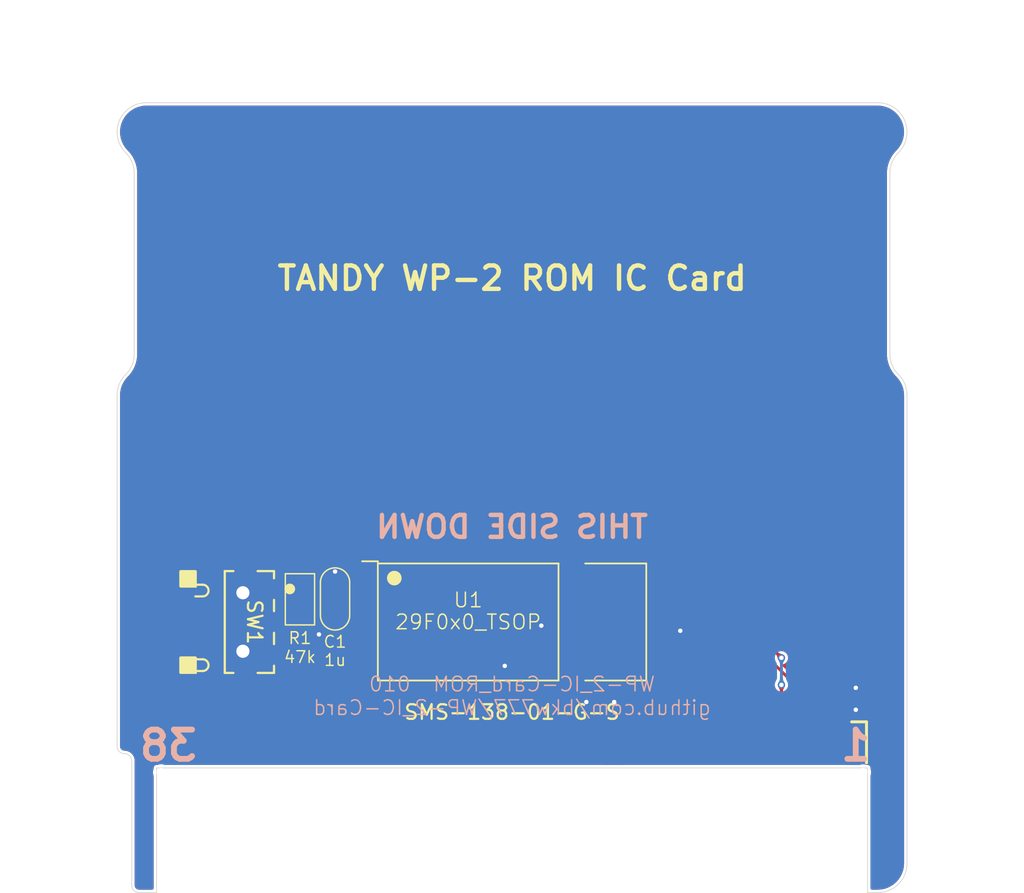
<source format=kicad_pcb>
(kicad_pcb (version 20240108) (generator "pcbnew") (generator_version "8.0")
  (title_block (title "WP-2_IC-Card_ROM") (date "2025-04-15") (rev "010") (company "Brian K. White - b.kenyon.w@gmail.com") (comment 1 "CC-BY-SA") (comment 2 "github.com/bkw777/WP-2_IC-Card"))
  (layers (0 "F.Cu" signal) (31 "B.Cu" signal) (35 "F.Paste" user) (36 "B.SilkS" user "B.Silkscreen") (37 "F.SilkS" user "F.Silkscreen") (38 "B.Mask" user) (39 "F.Mask" user) (44 "Edge.Cuts" user))
  (net 0 "")
  (net 1 "GND")
  (net 2 "/~{OE}")
  (net 3 "/D0")
  (net 4 "/D1")
  (net 5 "/D2")
  (net 6 "/D3")
  (net 7 "/D4")
  (net 8 "/D5")
  (net 9 "/D6")
  (net 10 "/D7")
  (net 11 "/A16")
  (net 12 "/A15")
  (net 13 "/A14")
  (net 14 "/A13")
  (net 15 "/A12")
  (net 16 "/A11")
  (net 17 "/A10")
  (net 18 "/A9")
  (net 19 "/A8")
  (net 20 "/A7")
  (net 21 "/A6")
  (net 22 "/A5")
  (net 23 "/A4")
  (net 24 "/A3")
  (net 25 "/A2")
  (net 26 "/A1")
  (net 27 "/A0")
  (net 28 "/A17")
  (net 29 "/~{WE}")
  (net 30 "/R~{W}")
  (net 37 "/~{CE}")
  (net 39 "VCC")
  (footprint "000_LOCAL:R_0805" (layer "F.Cu") (at 121.39 106.645 90)
    (property "Reference" "R1" (at -2.65 0 0) (layer "F.SilkS") (effects (font (size 0.8 0.8) (thickness 0.1))))
    (property "Value" "47k" (at -3.95 0 0) (layer "F.SilkS") (effects (font (size 0.8 0.8) (thickness 0.1))))
    (fp_poly (pts (xy -1.75 -1) (xy -1.75 1) (xy 1.75 1) (xy 1.75 -1)) (stroke (width 0.1)) (fill none) (layer "F.SilkS"))
    (pad "1" smd roundrect (at -0.9125 0 90) (size 1.025 1.4) (layers "F.Cu" "F.Paste" "F.Mask") (roundrect_rratio 0.243902) (net 39 "VCC"))
    (pad "2" smd roundrect (at 0.9125 0 90) (size 1.025 1.4) (layers "F.Cu" "F.Paste" "F.Mask") (roundrect_rratio 0.243902) (net 29 "/~{WE}"))
  )
  (footprint "000_LOCAL:TSOP32-dual" (layer "F.Cu") (at 135.89 108.195)
    (property "Reference" "U1" (at -3 -1.5 0) (layer "F.SilkS") (effects (font (thickness 0.1))))
    (property "Value" "29F0x0_TSOP" (at -3 0 0) (layer "F.SilkS") (effects (font (thickness 0.1))))
    (fp_line (start -10.25 -4.15) (end -9.175 -4.15) (stroke (width 0.12)) (layer "F.SilkS"))
    (fp_line (start -9.175 -4.15) (end -9.175 4) (stroke (width 0.12)) (layer "F.SilkS"))
    (fp_line (start 3.175 -4) (end -9.175 -4) (stroke (width 0.12)) (layer "F.SilkS"))
    (fp_line (start 3.175 4) (end -9.175 4) (stroke (width 0.12)) (layer "F.SilkS"))
    (fp_line (start 3.175 4) (end 3.175 -4) (stroke (width 0.12)) (layer "F.SilkS"))
    (fp_line (start 9.175 -4) (end 5 -4) (stroke (width 0.12)) (layer "F.SilkS"))
    (fp_line (start 9.175 4) (end 5 4) (stroke (width 0.12)) (layer "F.SilkS"))
    (fp_line (start 9.175 4) (end 9.175 -4) (stroke (width 0.12)) (layer "F.SilkS"))
    (fp_circle (center -8.05 -3) (end -8.05 -2.75) (stroke (width 0.5)) (fill none) (layer "F.SilkS"))
    (pad "1" smd roundrect (at -9.85 -3.75 270) (size 0.3 0.9) (layers "F.Cu" "F.Paste" "F.Mask") (net 15 "/A12"))
    (pad "2" smd roundrect (at -9.85 -3.25 270) (size 0.3 0.9) (layers "F.Cu" "F.Paste" "F.Mask") (net 16 "/A11"))
    (pad "3" smd roundrect (at -9.85 -2.75 270) (size 0.3 0.9) (layers "F.Cu" "F.Paste" "F.Mask") (net 17 "/A10"))
    (pad "4" smd roundrect (at -9.85 -2.25 270) (size 0.3 0.9) (layers "F.Cu" "F.Paste" "F.Mask") (net 18 "/A9"))
    (pad "5" smd roundrect (at -9.85 -1.75 270) (size 0.3 0.9) (layers "F.Cu" "F.Paste" "F.Mask") (net 19 "/A8"))
    (pad "6" smd roundrect (at -9.85 -1.25 270) (size 0.3 0.9) (layers "F.Cu" "F.Paste" "F.Mask") (net 20 "/A7"))
    (pad "7" smd roundrect (at -9.85 -0.75 270) (size 0.3 0.9) (layers "F.Cu" "F.Paste" "F.Mask") (net 29 "/~{WE}"))
    (pad "8" smd roundrect (at -9.85 -0.25 270) (size 0.3 0.9) (layers "F.Cu" "F.Paste" "F.Mask") (net 39 "VCC"))
    (pad "9" smd roundrect (at -9.85 0.25 270) (size 0.3 0.9) (layers "F.Cu" "F.Paste" "F.Mask") (net 1 "GND"))
    (pad "10" smd roundrect (at -9.85 0.75 270) (size 0.3 0.9) (layers "F.Cu" "F.Paste" "F.Mask") (net 27 "/A0"))
    (pad "11" smd roundrect (at -9.85 1.25 270) (size 0.3 0.9) (layers "F.Cu" "F.Paste" "F.Mask") (net 26 "/A1"))
    (pad "12" smd roundrect (at -9.85 1.75 270) (size 0.3 0.9) (layers "F.Cu" "F.Paste" "F.Mask") (net 25 "/A2"))
    (pad "13" smd roundrect (at -9.85 2.25 270) (size 0.3 0.9) (layers "F.Cu" "F.Paste" "F.Mask") (net 24 "/A3"))
    (pad "14" smd roundrect (at -9.85 2.75 270) (size 0.3 0.9) (layers "F.Cu" "F.Paste" "F.Mask") (net 23 "/A4"))
    (pad "15" smd roundrect (at -9.85 3.25 270) (size 0.3 0.9) (layers "F.Cu" "F.Paste" "F.Mask") (net 22 "/A5"))
    (pad "16" smd roundrect (at -9.85 3.75 270) (size 0.3 0.9) (layers "F.Cu" "F.Paste" "F.Mask") (net 21 "/A6"))
    (pad "17" smd roundrect (at 3.85 3.75 270) (size 0.3 0.9) (layers "F.Cu" "F.Paste" "F.Mask") (net 28 "/A17"))
    (pad "17" smd roundrect (at 9.85 3.75 270) (size 0.3 0.9) (layers "F.Cu" "F.Paste" "F.Mask") (net 28 "/A17"))
    (pad "18" smd roundrect (at 3.85 3.25 270) (size 0.3 0.9) (layers "F.Cu" "F.Paste" "F.Mask") (net 11 "/A16"))
    (pad "18" smd roundrect (at 9.85 3.25 270) (size 0.3 0.9) (layers "F.Cu" "F.Paste" "F.Mask") (net 11 "/A16"))
    (pad "19" smd roundrect (at 3.85 2.75 270) (size 0.3 0.9) (layers "F.Cu" "F.Paste" "F.Mask") (net 12 "/A15"))
    (pad "19" smd roundrect (at 9.85 2.75 270) (size 0.3 0.9) (layers "F.Cu" "F.Paste" "F.Mask") (net 12 "/A15"))
    (pad "20" smd roundrect (at 3.85 2.25 270) (size 0.3 0.9) (layers "F.Cu" "F.Paste" "F.Mask") (net 13 "/A14"))
    (pad "20" smd roundrect (at 9.85 2.25 270) (size 0.3 0.9) (layers "F.Cu" "F.Paste" "F.Mask") (net 13 "/A14"))
    (pad "21" smd roundrect (at 3.85 1.75 270) (size 0.3 0.9) (layers "F.Cu" "F.Paste" "F.Mask") (net 10 "/D7"))
    (pad "21" smd roundrect (at 9.85 1.75 270) (size 0.3 0.9) (layers "F.Cu" "F.Paste" "F.Mask") (net 10 "/D7"))
    (pad "22" smd roundrect (at 3.85 1.25 270) (size 0.3 0.9) (layers "F.Cu" "F.Paste" "F.Mask") (net 9 "/D6"))
    (pad "22" smd roundrect (at 9.85 1.25 270) (size 0.3 0.9) (layers "F.Cu" "F.Paste" "F.Mask") (net 9 "/D6"))
    (pad "23" smd roundrect (at 3.85 0.75 270) (size 0.3 0.9) (layers "F.Cu" "F.Paste" "F.Mask") (net 8 "/D5"))
    (pad "23" smd roundrect (at 9.85 0.75 270) (size 0.3 0.9) (layers "F.Cu" "F.Paste" "F.Mask") (net 8 "/D5"))
    (pad "24" smd roundrect (at 3.85 0.25 270) (size 0.3 0.9) (layers "F.Cu" "F.Paste" "F.Mask") (net 1 "GND"))
    (pad "24" smd roundrect (at 9.85 0.25 270) (size 0.3 0.9) (layers "F.Cu" "F.Paste" "F.Mask") (net 1 "GND"))
    (pad "25" smd roundrect (at 3.85 -0.25 270) (size 0.3 0.9) (layers "F.Cu" "F.Paste" "F.Mask") (net 7 "/D4"))
    (pad "25" smd roundrect (at 9.85 -0.25 270) (size 0.3 0.9) (layers "F.Cu" "F.Paste" "F.Mask") (net 7 "/D4"))
    (pad "26" smd roundrect (at 3.85 -0.75 270) (size 0.3 0.9) (layers "F.Cu" "F.Paste" "F.Mask") (net 6 "/D3"))
    (pad "26" smd roundrect (at 9.85 -0.75 270) (size 0.3 0.9) (layers "F.Cu" "F.Paste" "F.Mask") (net 6 "/D3"))
    (pad "27" smd roundrect (at 3.85 -1.25 270) (size 0.3 0.9) (layers "F.Cu" "F.Paste" "F.Mask") (net 5 "/D2"))
    (pad "27" smd roundrect (at 9.85 -1.25 270) (size 0.3 0.9) (layers "F.Cu" "F.Paste" "F.Mask") (net 5 "/D2"))
    (pad "28" smd roundrect (at 3.85 -1.75 270) (size 0.3 0.9) (layers "F.Cu" "F.Paste" "F.Mask") (net 4 "/D1"))
    (pad "28" smd roundrect (at 9.85 -1.75 270) (size 0.3 0.9) (layers "F.Cu" "F.Paste" "F.Mask") (net 4 "/D1"))
    (pad "29" smd roundrect (at 3.85 -2.25 270) (size 0.3 0.9) (layers "F.Cu" "F.Paste" "F.Mask") (net 3 "/D0"))
    (pad "29" smd roundrect (at 9.85 -2.25 270) (size 0.3 0.9) (layers "F.Cu" "F.Paste" "F.Mask") (net 3 "/D0"))
    (pad "30" smd roundrect (at 3.85 -2.75 270) (size 0.3 0.9) (layers "F.Cu" "F.Paste" "F.Mask") (net 37 "/~{CE}"))
    (pad "30" smd roundrect (at 9.85 -2.75 270) (size 0.3 0.9) (layers "F.Cu" "F.Paste" "F.Mask") (net 37 "/~{CE}"))
    (pad "31" smd roundrect (at 3.85 -3.25 270) (size 0.3 0.9) (layers "F.Cu" "F.Paste" "F.Mask") (net 14 "/A13"))
    (pad "31" smd roundrect (at 9.85 -3.25 270) (size 0.3 0.9) (layers "F.Cu" "F.Paste" "F.Mask") (net 14 "/A13"))
    (pad "32" smd roundrect (at 3.85 -3.75 270) (size 0.3 0.9) (layers "F.Cu" "F.Paste" "F.Mask") (net 2 "/~{OE}"))
    (pad "32" smd roundrect (at 9.85 -3.75 270) (size 0.3 0.9) (layers "F.Cu" "F.Paste" "F.Mask") (net 2 "/~{OE}"))
  )
  (footprint "000_LOCAL:SW3_JS102000SAQN_CNK" (layer "F.Cu") (at 117.14 108.195 -90)
    (property "Reference" "SW1" (at 0 -1.15 270) (layer "F.SilkS"))
    (property "Value" "Write-Enable")
    (fp_line (start -3.4798 0.889) (end 3.4798 0.889) (stroke (width 0.1524)) (layer "F.SilkS"))
    (fp_line (start 3.4798 0.889) (end 3.4798 0.298529) (stroke (width 0.1524)) (layer "F.SilkS"))
    (fp_line (start -3.4798 0.298529) (end -3.4798 0.889) (stroke (width 0.1524)) (layer "F.SilkS"))
    (fp_line (start 3.4798 -1.357551) (end 3.4798 -2.4765) (stroke (width 0.1524)) (layer "F.SilkS"))
    (fp_line (start -3.4798 -2.4765) (end -3.4798 -1.357551) (stroke (width 0.1524)) (layer "F.SilkS"))
    (fp_line (start -2.989141 -2.4765) (end -3.4798 -2.4765) (stroke (width 0.1524)) (layer "F.SilkS"))
    (fp_line (start -0.73914 -2.4765) (end -1.510861 -2.4765) (stroke (width 0.1524)) (layer "F.SilkS"))
    (fp_line (start 1.510861 -2.4765) (end 0.73914 -2.4765) (stroke (width 0.1524)) (layer "F.SilkS"))
    (fp_line (start 3.4798 -2.4765) (end 2.989141 -2.4765) (stroke (width 0.1524)) (layer "F.SilkS"))
    (fp_circle (center -2.2606 -3.556) (end -1.9558 -3.556) (stroke (width 0.12)) (fill solid) (layer "F.SilkS"))
    (pad "1" smd roundrect (at -2.250001 -2.42951 270) (size 0.8128 0.8128) (layers "F.Cu" "F.Paste" "F.Mask") (net 29 "/~{WE}"))
    (pad "2" smd roundrect (at 0 -2.42951 270) (size 0.8128 0.8128) (layers "F.Cu" "F.Paste" "F.Mask") (net 30 "/R~{W}"))
    (pad "3" smd roundrect (at 2.250001 -2.42951 270) (size 0.8128 0.8128) (layers "F.Cu" "F.Paste" "F.Mask"))
    (pad "S" smd roundrect (at -3.75 -0.529511) (size 0.9906 0.9906) (layers "F.Cu" "F.Paste" "F.Mask") (net 1 "GND"))
    (pad "S" thru_hole circle (at -2.000001 -0.349509) (size 1 1) (drill 0.9) (layers "*.Cu" "*.Mask") (net 1 "GND"))
    (pad "S" thru_hole circle (at 2.000001 -0.349509) (size 1 1) (drill 0.9) (layers "*.Cu" "*.Mask") (net 1 "GND"))
    (pad "S" smd roundrect (at 3.75 -0.529511) (size 0.9906 0.9906) (layers "F.Cu" "F.Paste" "F.Mask") (net 1 "GND"))
  )
  (footprint "000_LOCAL:SMS-138-01-x-x_pcb_edge" (layer "F.Cu") (at 135.89 118.17 -90)
    (property "Reference" "J1" (hide yes))
    (property "Value" "SMS-138-01-G-S" (at -3.81 0 0) (layer "F.SilkS"))
    (fp_line (start -3.1496 -23.2156) (end -3.1496 -24.2316) (stroke (width 0.2)) (layer "F.SilkS"))
    (fp_line (start -0.35 -24.2316) (end -3.1496 -24.2316) (stroke (width 0.2)) (layer "F.SilkS"))
    (pad "1" smd roundrect (at -1.524 -23.495 270) (size 2.54 0.762) (layers "F.Cu" "F.Paste" "F.Mask") (net 1 "GND"))
    (pad "2" smd oval (at -1.524 -22.225 270) (size 2.54 0.762) (layers "F.Cu" "F.Paste" "F.Mask"))
    (pad "3" smd oval (at -1.524 -20.955 270) (size 2.54 0.762) (layers "F.Cu" "F.Paste" "F.Mask"))
    (pad "4" smd oval (at -1.524 -19.685 270) (size 2.54 0.762) (layers "F.Cu" "F.Paste" "F.Mask") (net 37 "/~{CE}"))
    (pad "5" smd oval (at -1.524 -18.415 270) (size 2.54 0.762) (layers "F.Cu" "F.Paste" "F.Mask") (net 2 "/~{OE}"))
    (pad "6" smd oval (at -1.524 -17.145 270) (size 2.54 0.762) (layers "F.Cu" "F.Paste" "F.Mask") (net 3 "/D0"))
    (pad "7" smd oval (at -1.524 -15.875 270) (size 2.54 0.762) (layers "F.Cu" "F.Paste" "F.Mask") (net 4 "/D1"))
    (pad "8" smd oval (at -1.524 -14.605 270) (size 2.54 0.762) (layers "F.Cu" "F.Paste" "F.Mask") (net 5 "/D2"))
    (pad "9" smd oval (at -1.524 -13.335 270) (size 2.54 0.762) (layers "F.Cu" "F.Paste" "F.Mask") (net 6 "/D3"))
    (pad "10" smd oval (at -1.524 -12.065 270) (size 2.54 0.762) (layers "F.Cu" "F.Paste" "F.Mask") (net 7 "/D4"))
    (pad "11" smd oval (at -1.524 -10.795 270) (size 2.54 0.762) (layers "F.Cu" "F.Paste" "F.Mask") (net 8 "/D5"))
    (pad "12" smd oval (at -1.524 -9.525 270) (size 2.54 0.762) (layers "F.Cu" "F.Paste" "F.Mask") (net 9 "/D6"))
    (pad "13" smd oval (at -1.524 -8.255 270) (size 2.54 0.762) (layers "F.Cu" "F.Paste" "F.Mask") (net 10 "/D7"))
    (pad "14" smd oval (at -1.524 -6.985 270) (size 2.54 0.762) (layers "F.Cu" "F.Paste" "F.Mask") (net 1 "GND"))
    (pad "15" smd oval (at -1.524 -5.715 270) (size 2.54 0.762) (layers "F.Cu" "F.Paste" "F.Mask"))
    (pad "16" smd oval (at -1.524 -4.445 270) (size 2.54 0.762) (layers "F.Cu" "F.Paste" "F.Mask"))
    (pad "17" smd oval (at -1.524 -3.175 270) (size 2.54 0.762) (layers "F.Cu" "F.Paste" "F.Mask") (net 28 "/A17"))
    (pad "18" smd oval (at -1.524 -1.905 270) (size 2.54 0.762) (layers "F.Cu" "F.Paste" "F.Mask") (net 11 "/A16"))
    (pad "19" smd oval (at -1.524 -0.635 270) (size 2.54 0.762) (layers "F.Cu" "F.Paste" "F.Mask") (net 12 "/A15"))
    (pad "20" smd oval (at -1.524 0.635 270) (size 2.54 0.762) (layers "F.Cu" "F.Paste" "F.Mask") (net 13 "/A14"))
    (pad "21" smd oval (at -1.524 1.905 270) (size 2.54 0.762) (layers "F.Cu" "F.Paste" "F.Mask") (net 14 "/A13"))
    (pad "22" smd oval (at -1.524 3.175 270) (size 2.54 0.762) (layers "F.Cu" "F.Paste" "F.Mask") (net 15 "/A12"))
    (pad "23" smd oval (at -1.524 4.445 270) (size 2.54 0.762) (layers "F.Cu" "F.Paste" "F.Mask") (net 16 "/A11"))
    (pad "24" smd oval (at -1.524 5.715 270) (size 2.54 0.762) (layers "F.Cu" "F.Paste" "F.Mask") (net 17 "/A10"))
    (pad "25" smd oval (at -1.524 6.985 270) (size 2.54 0.762) (layers "F.Cu" "F.Paste" "F.Mask") (net 18 "/A9"))
    (pad "26" smd oval (at -1.524 8.255 270) (size 2.54 0.762) (layers "F.Cu" "F.Paste" "F.Mask") (net 19 "/A8"))
    (pad "27" smd oval (at -1.524 9.525 270) (size 2.54 0.762) (layers "F.Cu" "F.Paste" "F.Mask") (net 20 "/A7"))
    (pad "28" smd oval (at -1.524 10.795 270) (size 2.54 0.762) (layers "F.Cu" "F.Paste" "F.Mask") (net 21 "/A6"))
    (pad "29" smd oval (at -1.524 12.065 270) (size 2.54 0.762) (layers "F.Cu" "F.Paste" "F.Mask") (net 22 "/A5"))
    (pad "30" smd oval (at -1.524 13.335 270) (size 2.54 0.762) (layers "F.Cu" "F.Paste" "F.Mask") (net 23 "/A4"))
    (pad "31" smd oval (at -1.524 14.605 270) (size 2.54 0.762) (layers "F.Cu" "F.Paste" "F.Mask") (net 24 "/A3"))
    (pad "32" smd oval (at -1.524 15.875 270) (size 2.54 0.762) (layers "F.Cu" "F.Paste" "F.Mask") (net 25 "/A2"))
    (pad "33" smd oval (at -1.524 17.145 270) (size 2.54 0.762) (layers "F.Cu" "F.Paste" "F.Mask") (net 26 "/A1"))
    (pad "34" smd oval (at -1.524 18.415 270) (size 2.54 0.762) (layers "F.Cu" "F.Paste" "F.Mask") (net 27 "/A0"))
    (pad "35" smd oval (at -1.524 19.685 270) (size 2.54 0.762) (layers "F.Cu" "F.Paste" "F.Mask") (net 30 "/R~{W}"))
    (pad "36" smd oval (at -1.524 20.955 270) (size 2.54 0.762) (layers "F.Cu" "F.Paste" "F.Mask"))
    (pad "37" smd oval (at -1.524 22.225 270) (size 2.54 0.762) (layers "F.Cu" "F.Paste" "F.Mask"))
    (pad "38" smd oval (at -1.524 23.495 270) (size 2.54 0.762) (layers "F.Cu" "F.Paste" "F.Mask") (net 39 "VCC"))
  )
  (footprint "000_LOCAL:Fiducial_1.5" (layer "F.Cu") (at 110.89 99.695)
    (property "Reference" "REF**" (hide yes))
    (property "Value" "Fiducial_1.5" (hide yes))
    (pad "" smd circle (at 0 0) (size 0.75 0.75) (layers "F.Cu" "F.Mask") (clearance 0.375))
  )
  (footprint "000_LOCAL:Fiducial_1.5" (layer "F.Cu") (at 110.89 114.695)
    (property "Reference" "REF**" (hide yes))
    (property "Value" "Fiducial_1.5" (hide yes))
    (pad "" smd circle (at 0 0) (size 0.75 0.75) (layers "F.Cu" "F.Mask") (clearance 0.375))
  )
  (footprint "000_LOCAL:C_0805" (layer "F.Cu") (at 123.79 106.645 -90)
    (property "Reference" "C1" (at 2.9 0 0) (layer "F.SilkS") (effects (font (size 0.8 0.8) (thickness 0.1))))
    (property "Value" "1u" (at 4.15 0 0) (layer "F.SilkS") (effects (font (size 0.8 0.8) (thickness 0.1))))
    (fp_line (start -1.15 1) (end 1.1 0.999999) (stroke (width 0.1)) (layer "F.SilkS"))
    (fp_line (start -1.15 -1) (end 1.1 -0.999999) (stroke (width 0.1)) (layer "F.SilkS"))
    (fp_arc (start -1.15 1) (mid -2.15 0) (end -1.15 -1) (stroke (width 0.1)) (layer "F.SilkS"))
    (fp_arc (start 1.1 -0.999999) (mid 2.099999 0) (end 1.1 0.999999) (stroke (width 0.1)) (layer "F.SilkS"))
    (pad "1" smd roundrect (at -0.95 0 270) (size 1 1.45) (layers "F.Cu" "F.Paste" "F.Mask") (net 1 "GND"))
    (pad "2" smd roundrect (at 0.95 0 270) (size 1 1.45) (layers "F.Cu" "F.Paste" "F.Mask") (net 39 "VCC"))
  )
  (footprint "000_LOCAL:npth_0.6mm" (layer "F.Cu") (at 111.89 118.47)
    (property "Reference" "REF**" (hide yes))
    (property "Value" "npth_0.6mm" (hide yes))
    (pad "" np_thru_hole circle (at 0 0) (size 0.6 0.6) (drill 0.6) (layers "F&B.Cu"))
  )
  (footprint "000_LOCAL:Fiducial_1.5" (layer "F.Cu") (at 160.89 99.695)
    (property "Reference" "REF**" (hide yes))
    (property "Value" "Fiducial_1.5" (hide yes))
    (pad "" smd circle (at 0 0) (size 0.75 0.75) (layers "F.Cu" "F.Mask") (clearance 0.375))
  )
  (footprint "000_LOCAL:npth_0.6mm" (layer "F.Cu") (at 159.89 118.47)
    (property "Reference" "REF**" (hide yes))
    (property "Value" "npth_0.6mm" (hide yes))
    (pad "" np_thru_hole circle (at 0 0) (size 0.6 0.6) (drill 0.6) (layers "F&B.Cu"))
  )
  (footprint "000_LOCAL:WP-2_IC-Card_Cover_ROM" (layer "F.Cu") (at 135.89 99.695)
    (property "Reference" "N1" (hide yes))
    (property "Value" "WP-2_IC-Card_Cover_ROM")
  )
  (gr_line (start 114.740001 111.545) (end 114.24 111.545) (stroke (width 0.15)) (layer "F.SilkS"))
  (gr_line (start 114.740001 105.645) (end 114.24 105.645) (stroke (width 0.15)) (layer "F.SilkS"))
  (gr_line (start 114.740001 110.745) (end 114.24 110.745) (stroke (width 0.15)) (layer "F.SilkS"))
  (gr_poly (pts (xy 114.240001 110.645) (xy 114.240001 111.645) (xy 113.240001 111.645) (xy 113.240001 110.645)) (stroke (width 0.2)) (fill solid) (layer "F.SilkS"))
  (gr_line (start 114.74 106.445) (end 114.240002 106.444999) (stroke (width 0.15)) (layer "F.SilkS"))
  (gr_arc (start 114.740001 110.745) (mid 115.140001 111.145) (end 114.740001 111.545) (stroke (width 0.15)) (layer "F.SilkS"))
  (gr_arc (start 114.740001 105.645) (mid 115.14 106.044999) (end 114.74 106.445) (stroke (width 0.15)) (layer "F.SilkS"))
  (gr_poly (pts (xy 114.239999 104.745001) (xy 114.239999 105.745001) (xy 113.240001 105.744999) (xy 113.239999 104.745001)) (stroke (width 0.2)) (fill solid) (layer "F.SilkS"))
  (gr_line (start 111.59 126.695) (end 110.39 126.695) (stroke (width 0.05)) (layer "Edge.Cuts"))
  (gr_line (start 160.19 126.695) (end 160.89 126.695) (stroke (width 0.05)) (layer "Edge.Cuts"))
  (gr_arc (start 109.39 117.195) (mid 109.743553 117.341447) (end 109.89 117.695) (stroke (width 0.05)) (layer "Edge.Cuts"))
  (gr_arc (start 108.89 92.695) (mid 109.042241 91.929632) (end 109.475788 91.280786) (stroke (width 0.05)) (layer "Edge.Cuts"))
  (gr_arc (start 160.89 72.695) (mid 162.737759 73.929633) (end 162.304214 76.109214) (stroke (width 0.05)) (layer "Edge.Cuts"))
  (gr_arc (start 162.89 124.695) (mid 162.304214 126.109214) (end 160.89 126.695) (stroke (width 0.05)) (layer "Edge.Cuts"))
  (gr_line (start 162.89 92.695) (end 162.89 124.695) (stroke (width 0.05)) (layer "Edge.Cuts"))
  (gr_line (start 160.19 118.17) (end 160.19 126.695) (stroke (width 0.05)) (layer "Edge.Cuts"))
  (gr_arc (start 162.304214 91.280786) (mid 161.870671 90.631939) (end 161.718428 89.866571) (stroke (width 0.05)) (layer "Edge.Cuts"))
  (gr_line (start 111.59 118.17) (end 160.19 118.17) (stroke (width 0.05)) (layer "Edge.Cuts"))
  (gr_arc (start 109.475786 76.109214) (mid 109.909332 76.758061) (end 110.061572 77.523429) (stroke (width 0.05)) (layer "Edge.Cuts"))
  (gr_arc (start 109.475786 76.109214) (mid 109.04224 73.929633) (end 110.89 72.695) (stroke (width 0.05)) (layer "Edge.Cuts"))
  (gr_arc (start 110.39 126.695) (mid 110.036447 126.548553) (end 109.89 126.195) (stroke (width 0.05)) (layer "Edge.Cuts"))
  (gr_line (start 161.718428 77.523429) (end 161.718428 89.866571) (stroke (width 0.05)) (layer "Edge.Cuts"))
  (gr_arc (start 109.39 117.195) (mid 109.036447 117.048553) (end 108.89 116.695) (stroke (width 0.05)) (layer "Edge.Cuts"))
  (gr_line (start 110.89 72.695) (end 160.89 72.695) (stroke (width 0.05)) (layer "Edge.Cuts"))
  (gr_line (start 108.89 116.695) (end 108.89 92.695) (stroke (width 0.05)) (layer "Edge.Cuts"))
  (gr_line (start 111.59 118.17) (end 111.59 126.695) (stroke (width 0.05)) (layer "Edge.Cuts"))
  (gr_arc (start 110.061574 89.866571) (mid 109.909333 90.631938) (end 109.475788 91.280786) (stroke (width 0.05)) (layer "Edge.Cuts"))
  (gr_arc (start 161.718428 77.523429) (mid 161.870661 76.758057) (end 162.304214 76.109214) (stroke (width 0.05)) (layer "Edge.Cuts"))
  (gr_line (start 110.061572 77.523429) (end 110.061572 89.866571) (stroke (width 0.05)) (layer "Edge.Cuts"))
  (gr_line (start 109.89 117.695) (end 109.89 126.195) (stroke (width 0.05)) (layer "Edge.Cuts"))
  (gr_arc (start 162.304214 91.280786) (mid 162.73776 91.929633) (end 162.890002 92.695) (stroke (width 0.05)) (layer "Edge.Cuts"))
  (gr_text "1" (at 159.385 116.646 0) (layer "B.SilkS") (effects (font (size 2 2) (thickness 0.4)) (justify mirror)))
  (gr_text "${TITLE}  ${REVISION}\n${COMMENT2}" (at 135.89 113.25 0) (layer "B.SilkS") (effects (font (size 1 1) (thickness 0.1)) (justify mirror)))
  (gr_text "38" (at 112.395 116.646 0) (layer "B.SilkS") (effects (font (size 2 2) (thickness 0.4)) (justify mirror)))
  (gr_text "THIS SIDE DOWN" (at 135.89 101.695 0) (layer "B.SilkS") (effects (font (size 1.5 1.5) (thickness 0.3)) (justify mirror)))
  (gr_text "TANDY WP-2 ROM IC Card" (at 135.89 84.695 0) (layer "F.SilkS") (effects (font (size 1.6 1.6) (thickness 0.3))))
  (via (at 159.39 112.695) (size 0.5) (drill 0.3) (layers "F.Cu" "B.Cu") (net 1))
  (via (at 123.79 104.745) (size 0.5) (drill 0.3) (layers "F.Cu" "B.Cu") (net 1))
  (via (at 147.39 108.795) (size 0.5) (drill 0.3) (layers "F.Cu" "B.Cu") (net 1))
  (via (at 122.69 109.045) (size 0.5) (drill 0.3) (layers "F.Cu" "B.Cu") (net 1))
  (via (at 135.39 111.195) (size 0.5) (drill 0.3) (layers "F.Cu" "B.Cu") (net 1))
  (via (at 142.875 113.665) (size 0.5) (drill 0.3) (layers "F.Cu" "B.Cu") (net 1))
  (via (at 137.89 108.445) (size 0.5) (drill 0.3) (layers "F.Cu" "B.Cu") (net 1))
  (via (at 159.39 114.195) (size 0.5) (drill 0.3) (layers "F.Cu" "B.Cu") (net 1))
  (via (at 140.97 113.665) (size 0.5) (drill 0.3) (layers "F.Cu" "B.Cu") (net 1))
  (segment (start 154.305 110.645) (end 148.105 104.445) (width 0.2) (layer "F.Cu") (net 2))
  (segment (start 154.305 112.495) (end 154.305 116.646) (width 0.2) (layer "F.Cu") (net 2))
  (segment (start 139.74 104.445) (end 145.74 104.445) (width 0.2) (layer "F.Cu") (net 2))
  (segment (start 148.105 104.445) (end 145.74 104.445) (width 0.2) (layer "F.Cu") (net 2))
  (via (at 154.305 112.495) (size 0.5) (drill 0.3) (layers "F.Cu" "B.Cu") (net 2))
  (via (at 154.305 110.645) (size 0.5) (drill 0.3) (layers "F.Cu" "B.Cu") (net 2))
  (segment (start 154.305 112.495) (end 154.305 110.645) (width 0.2) (layer "B.Cu") (net 2))
  (segment (start 153.035 110.94) (end 148.04 105.945) (width 0.2) (layer "F.Cu") (net 3))
  (segment (start 139.74 105.945) (end 145.74 105.945) (width 0.2) (layer "F.Cu") (net 3))
  (segment (start 148.04 105.945) (end 145.74 105.945) (width 0.2) (layer "F.Cu") (net 3))
  (segment (start 153.035 116.646) (end 153.035 110.94) (width 0.2) (layer "F.Cu") (net 3))
  (segment (start 147.89 106.445) (end 145.74 106.445) (width 0.2) (layer "F.Cu") (net 4))
  (segment (start 151.765 116.646) (end 151.765 110.32) (width 0.2) (layer "F.Cu") (net 4))
  (segment (start 151.765 110.32) (end 147.89 106.445) (width 0.2) (layer "F.Cu") (net 4))
  (segment (start 145.64 106.445) (end 139.74 106.445) (width 0.2) (layer "F.Cu") (net 4))
  (segment (start 145.64 106.945) (end 145.69 106.995) (width 0.2) (layer "F.Cu") (net 5))
  (segment (start 145.69 106.895) (end 145.64 106.945) (width 0.2) (layer "F.Cu") (net 5))
  (segment (start 150.495 109.7) (end 147.74 106.945) (width 0.2) (layer "F.Cu") (net 5))
  (segment (start 139.74 106.945) (end 145.64 106.945) (width 0.2) (layer "F.Cu") (net 5))
  (segment (start 147.74 106.945) (end 145.74 106.945) (width 0.2) (layer "F.Cu") (net 5))
  (segment (start 150.495 116.646) (end 150.495 109.7) (width 0.2) (layer "F.Cu") (net 5))
  (segment (start 147.615 107.445) (end 145.74 107.445) (width 0.2) (layer "F.Cu") (net 6))
  (segment (start 149.225 109.055) (end 147.615 107.445) (width 0.2) (layer "F.Cu") (net 6))
  (segment (start 149.225 116.646) (end 149.225 109.055) (width 0.2) (layer "F.Cu") (net 6))
  (segment (start 149.225 116.646) (end 149.225 115.697) (width 0.2) (layer "F.Cu") (net 6))
  (segment (start 139.74 107.445) (end 145.74 107.445) (width 0.2) (layer "F.Cu") (net 6))
  (segment (start 139.74 107.945) (end 145.74 107.945) (width 0.2) (layer "F.Cu") (net 7))
  (segment (start 148.19 108.645) (end 147.49 107.945) (width 0.2) (layer "F.Cu") (net 7))
  (segment (start 147.955 116.646) (end 148.19 116.411) (width 0.2) (layer "F.Cu") (net 7))
  (segment (start 147.49 107.945) (end 145.74 107.945) (width 0.2) (layer "F.Cu") (net 7))
  (segment (start 148.19 116.411) (end 148.19 108.645) (width 0.2) (layer "F.Cu") (net 7))
  (segment (start 146.94 116.391) (end 146.94 113.261422) (width 0.2) (layer "F.Cu") (net 8))
  (segment (start 147.54 112.661422) (end 147.54 109.887157) (width 0.2) (layer "F.Cu") (net 8))
  (segment (start 139.74 108.945) (end 145.74 108.945) (width 0.2) (layer "F.Cu") (net 8))
  (segment (start 147.54 109.887157) (end 146.597843 108.945) (width 0.2) (layer "F.Cu") (net 8))
  (segment (start 146.685 116.646) (end 146.94 116.391) (width 0.2) (layer "F.Cu") (net 8))
  (segment (start 146.94 113.261422) (end 147.54 112.661422) (width 0.2) (layer "F.Cu") (net 8))
  (segment (start 146.597843 108.945) (end 145.74 108.945) (width 0.2) (layer "F.Cu") (net 8))
  (segment (start 139.74 109.445) (end 145.74 109.445) (width 0.2) (layer "F.Cu") (net 9))
  (segment (start 145.415 116.646) (end 145.69 116.371) (width 0.2) (layer "F.Cu") (net 9))
  (segment (start 145.69 116.371) (end 145.69 113.845) (width 0.2) (layer "F.Cu") (net 9))
  (segment (start 147.09 110.045) (end 146.49 109.445) (width 0.2) (layer "F.Cu") (net 9))
  (segment (start 145.69 113.845) (end 147.09 112.445) (width 0.2) (layer "F.Cu") (net 9))
  (segment (start 146.49 109.445) (end 145.74 109.445) (width 0.2) (layer "F.Cu") (net 9))
  (segment (start 147.09 112.445) (end 147.09 110.045) (width 0.2) (layer "F.Cu") (net 9))
  (segment (start 146.64 112.245) (end 146.64 110.195) (width 0.2) (layer "F.Cu") (net 10))
  (segment (start 139.74 109.945) (end 145.74 109.945) (width 0.2) (layer "F.Cu") (net 10))
  (segment (start 144.39 116.401) (end 144.39 114.495) (width 0.2) (layer "F.Cu") (net 10))
  (segment (start 146.39 109.945) (end 145.74 109.945) (width 0.2) (layer "F.Cu") (net 10))
  (segment (start 144.39 114.495) (end 146.64 112.245) (width 0.2) (layer "F.Cu") (net 10))
  (segment (start 146.64 110.195) (end 146.39 109.945) (width 0.2) (layer "F.Cu") (net 10))
  (segment (start 144.145 116.646) (end 144.39 116.401) (width 0.2) (layer "F.Cu") (net 10))
  (segment (start 137.795 112.79) (end 139.14 111.445) (width 0.2) (layer "F.Cu") (net 11))
  (segment (start 139.14 111.445) (end 139.74 111.445) (width 0.2) (layer "F.Cu") (net 11))
  (segment (start 145.74 111.445) (end 139.74 111.445) (width 0.2) (layer "F.Cu") (net 11))
  (segment (start 137.795 116.646) (end 137.795 112.79) (width 0.2) (layer "F.Cu") (net 11))
  (segment (start 136.525 113.41) (end 138.99 110.945) (width 0.2) (layer "F.Cu") (net 12))
  (segment (start 138.99 110.945) (end 139.74 110.945) (width 0.2) (layer "F.Cu") (net 12))
  (segment (start 136.525 116.646) (end 136.525 113.41) (width 0.2) (layer "F.Cu") (net 12))
  (segment (start 145.74 110.945) (end 139.74 110.945) (width 0.2) (layer "F.Cu") (net 12))
  (segment (start 135.255 116.646) (end 135.255 114.03) (width 0.2) (layer "F.Cu") (net 13))
  (segment (start 145.74 110.445) (end 139.74 110.445) (width 0.2) (layer "F.Cu") (net 13))
  (segment (start 138.84 110.445) (end 139.74 110.445) (width 0.2) (layer "F.Cu") (net 13))
  (segment (start 135.255 114.03) (end 138.84 110.445) (width 0.2) (layer "F.Cu") (net 13))
  (segment (start 133.985 116.646) (end 133.985 110.05) (width 0.2) (layer "F.Cu") (net 14))
  (segment (start 133.985 110.05) (end 139.09 104.945) (width 0.2) (layer "F.Cu") (net 14))
  (segment (start 139.09 104.945) (end 139.74 104.945) (width 0.2) (layer "F.Cu") (net 14))
  (segment (start 139.74 104.945) (end 145.74 104.945) (width 0.2) (layer "F.Cu") (net 14))
  (segment (start 132.715 109.42) (end 127.74 104.445) (width 0.2) (layer "F.Cu") (net 15))
  (segment (start 127.74 104.445) (end 126.04 104.445) (width 0.2) (layer "F.Cu") (net 15))
  (segment (start 132.715 116.646) (end 132.715 109.42) (width 0.2) (layer "F.Cu") (net 15))
  (segment (start 131.445 108.9) (end 127.49 104.945) (width 0.2) (layer "F.Cu") (net 16))
  (segment (start 131.445 116.646) (end 131.445 108.9) (width 0.2) (layer "F.Cu") (net 16))
  (segment (start 127.49 104.945) (end 126.04 104.945) (width 0.2) (layer "F.Cu") (net 16))
  (segment (start 127.29 105.445) (end 126.04 105.445) (width 0.2) (layer "F.Cu") (net 17))
  (segment (start 130.175 108.33) (end 127.29 105.445) (width 0.2) (layer "F.Cu") (net 17))
  (segment (start 130.175 116.646) (end 130.175 108.33) (width 0.2) (layer "F.Cu") (net 17))
  (segment (start 127.09 105.945) (end 126.04 105.945) (width 0.2) (layer "F.Cu") (net 18))
  (segment (start 128.905 116.646) (end 128.905 107.76) (width 0.2) (layer "F.Cu") (net 18))
  (segment (start 128.905 107.76) (end 127.09 105.945) (width 0.2) (layer "F.Cu") (net 18))
  (segment (start 126.915 106.445) (end 126.04 106.445) (width 0.2) (layer "F.Cu") (net 19))
  (segment (start 127.635 107.165) (end 126.915 106.445) (width 0.2) (layer "F.Cu") (net 19))
  (segment (start 127.635 116.646) (end 127.635 107.165) (width 0.2) (layer "F.Cu") (net 19))
  (segment (start 126.732157 106.945) (end 126.04 106.945) (width 0.2) (layer "F.Cu") (net 20))
  (segment (start 127.09 107.302843) (end 126.732157 106.945) (width 0.2) (layer "F.Cu") (net 20))
  (segment (start 126.365 116.646) (end 126.365 113.22) (width 0.2) (layer "F.Cu") (net 20))
  (segment (start 126.365 113.22) (end 127.09 112.495) (width 0.2) (layer "F.Cu") (net 20))
  (segment (start 127.09 112.495) (end 127.09 107.302843) (width 0.2) (layer "F.Cu") (net 20))
  (segment (start 125.095 116.646) (end 125.095 112.59) (width 0.2) (layer "F.Cu") (net 21))
  (segment (start 125.74 111.945) (end 126.04 111.945) (width 0.2) (layer "F.Cu") (net 21))
  (segment (start 125.095 112.59) (end 125.74 111.945) (width 0.2) (layer "F.Cu") (net 21))
  (segment (start 125.49 111.445) (end 126.04 111.445) (width 0.2) (layer "F.Cu") (net 22))
  (segment (start 123.825 116.646) (end 123.825 113.11) (width 0.2) (layer "F.Cu") (net 22))
  (segment (start 123.825 113.11) (end 125.49 111.445) (width 0.2) (layer "F.Cu") (net 22))
  (segment (start 122.555 113.73) (end 125.34 110.945) (width 0.2) (layer "F.Cu") (net 23))
  (segment (start 122.555 116.646) (end 122.555 113.73) (width 0.2) (layer "F.Cu") (net 23))
  (segment (start 125.34 110.945) (end 126.04 110.945) (width 0.2) (layer "F.Cu") (net 23))
  (segment (start 121.285 114.35) (end 125.19 110.445) (width 0.2) (layer "F.Cu") (net 24))
  (segment (start 125.19 110.445) (end 126.04 110.445) (width 0.2) (layer "F.Cu") (net 24))
  (segment (start 121.285 116.646) (end 121.285 114.35) (width 0.2) (layer "F.Cu") (net 24))
  (segment (start 125.04 109.945) (end 126.04 109.945) (width 0.2) (layer "F.Cu") (net 25))
  (segment (start 120.015 116.646) (end 120.29 116.371) (width 0.2) (layer "F.Cu") (net 25))
  (segment (start 120.29 114.695) (end 125.04 109.945) (width 0.2) (layer "F.Cu") (net 25))
  (segment (start 120.29 116.371) (end 120.29 114.695) (width 0.2) (layer "F.Cu") (net 25))
  (segment (start 118.745 116.646) (end 118.99 116.401) (width 0.2) (layer "F.Cu") (net 26))
  (segment (start 118.99 116.401) (end 118.99 115.345) (width 0.2) (layer "F.Cu") (net 26))
  (segment (start 118.99 115.345) (end 124.89 109.445) (width 0.2) (layer "F.Cu") (net 26))
  (segment (start 124.89 109.445) (end 126.04 109.445) (width 0.2) (layer "F.Cu") (net 26))
  (segment (start 117.74 116.381) (end 117.74 115.195) (width 0.2) (layer "F.Cu") (net 27))
  (segment (start 124.74 108.945) (end 126.04 108.945) (width 0.2) (layer "F.Cu") (net 27))
  (segment (start 119.09 114.595) (end 124.74 108.945) (width 0.2) (layer "F.Cu") (net 27))
  (segment (start 117.475 116.646) (end 117.74 116.381) (width 0.2) (layer "F.Cu") (net 27))
  (segment (start 118.34 114.595) (end 119.09 114.595) (width 0.2) (layer "F.Cu") (net 27))
  (segment (start 117.74 115.195) (end 118.34 114.595) (width 0.2) (layer "F.Cu") (net 27))
  (segment (start 139.44 111.945) (end 139.74 111.945) (width 0.2) (layer "F.Cu") (net 28))
  (segment (start 139.065 112.32) (end 139.44 111.945) (width 0.2) (layer "F.Cu") (net 28))
  (segment (start 145.64 111.945) (end 139.74 111.945) (width 0.2) (layer "F.Cu") (net 28))
  (segment (start 139.065 116.646) (end 139.065 112.32) (width 0.2) (layer "F.Cu") (net 28))
  (segment (start 121.39 105.7325) (end 121.5775 105.7325) (width 0.2) (layer "F.Cu") (net 29))
  (segment (start 125.365 107.445) (end 126.04 107.445) (width 0.2) (layer "F.Cu") (net 29))
  (segment (start 119.56951 105.944999) (end 121.177501 105.944999) (width 0.2) (layer "F.Cu") (net 29))
  (segment (start 124.565 106.645) (end 125.365 107.445) (width 0.2) (layer "F.Cu") (net 29))
  (segment (start 121.5775 105.7325) (end 122.49 106.645) (width 0.2) (layer "F.Cu") (net 29))
  (segment (start 122.49 106.645) (end 124.565 106.645) (width 0.2) (layer "F.Cu") (net 29))
  (segment (start 121.177501 105.944999) (end 121.39 105.7325) (width 0.2) (layer "F.Cu") (net 29))
  (segment (start 119.26951 108.495) (end 119.56951 108.195) (width 0.2) (layer "F.Cu") (net 30))
  (segment (start 117.29 108.495) (end 119.26951 108.495) (width 0.2) (layer "F.Cu") (net 30))
  (segment (start 116.205 109.58) (end 117.29 108.495) (width 0.2) (layer "F.Cu") (net 30))
  (segment (start 116.205 116.646) (end 116.205 109.58) (width 0.2) (layer "F.Cu") (net 30))
  (segment (start 139.74 105.445) (end 145.74 105.445) (width 0.2) (layer "F.Cu") (net 37))
  (segment (start 155.575 116.646) (end 155.575 112.83) (width 0.2) (layer "F.Cu") (net 37))
  (segment (start 155.575 112.83) (end 148.19 105.445) (width 0.2) (layer "F.Cu") (net 37))
  (segment (start 148.19 105.445) (end 145.74 105.445) (width 0.2) (layer "F.Cu") (net 37))
  (segment (start 121.0775 107.245) (end 119.04 107.245) (width 0.4) (layer "F.Cu") (net 39))
  (segment (start 121.39 107.5575) (end 121.0775 107.245) (width 0.4) (layer "F.Cu") (net 39))
  (segment (start 112.54 115.245) (end 112.54 116.501) (width 0.4) (layer "F.Cu") (net 39))
  (segment (start 112.54 116.501) (end 112.395 116.646) (width 0.4) (layer "F.Cu") (net 39))
  (segment (start 115.54 112.245) (end 112.54 115.245) (width 0.4) (layer "F.Cu") (net 39))
  (segment (start 121.39 107.5575) (end 123.7525 107.5575) (width 0.4) (layer "F.Cu") (net 39))
  (segment (start 115.54 109.295) (end 115.54 112.245) (width 0.4) (layer "F.Cu") (net 39))
  (segment (start 123.79 107.595) (end 124.14 107.945) (width 0.3) (layer "F.Cu") (net 39))
  (segment (start 116.99 107.845) (end 115.54 109.295) (width 0.4) (layer "F.Cu") (net 39))
  (segment (start 123.7525 107.5575) (end 123.79 107.595) (width 0.4) (layer "F.Cu") (net 39))
  (segment (start 119.04 107.245) (end 118.44 107.845) (width 0.4) (layer "F.Cu") (net 39))
  (segment (start 118.44 107.845) (end 116.99 107.845) (width 0.4) (layer "F.Cu") (net 39))
  (segment (start 124.14 107.945) (end 126.04 107.945) (width 0.3) (layer "F.Cu") (net 39))
  (zone (net 1) (net_name "GND") (layers "F&B.Cu") (connect_pads yes (clearance 0.2)) (min_thickness 0.2) (fill yes (thermal_gap 0.2) (thermal_bridge_width 0.4) (smoothing fillet) (radius 0.1))
    (polygon (pts (xy 108.89 126.695) (xy 108.89 72.695) (xy 162.89 72.695) (xy 162.89 126.695)))
  )
)
</source>
